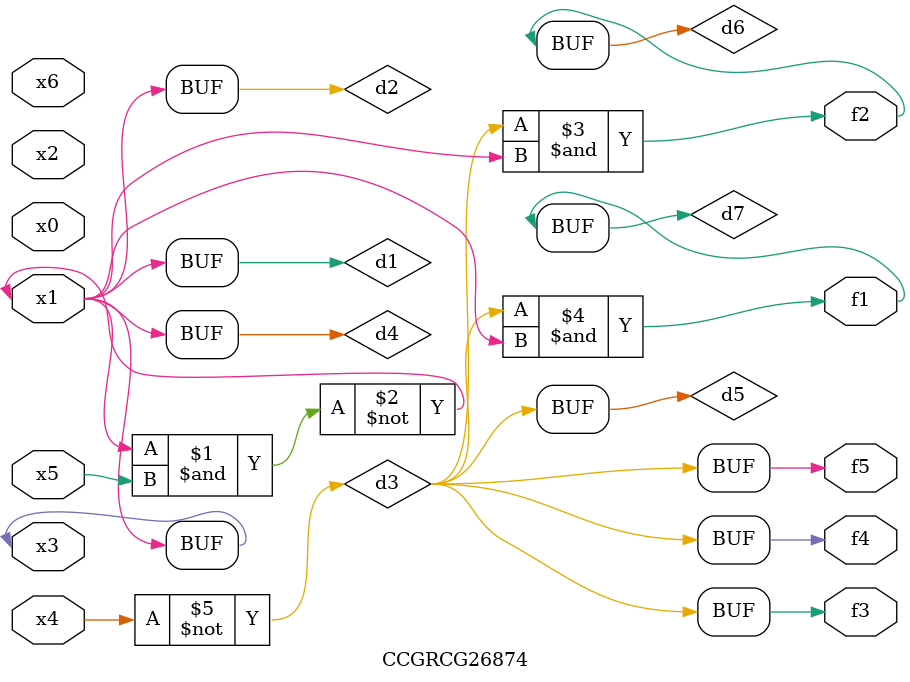
<source format=v>
module CCGRCG26874(
	input x0, x1, x2, x3, x4, x5, x6,
	output f1, f2, f3, f4, f5
);

	wire d1, d2, d3, d4, d5, d6, d7;

	buf (d1, x1, x3);
	nand (d2, x1, x5);
	not (d3, x4);
	buf (d4, d1, d2);
	buf (d5, d3);
	and (d6, d3, d4);
	and (d7, d3, d4);
	assign f1 = d7;
	assign f2 = d6;
	assign f3 = d5;
	assign f4 = d5;
	assign f5 = d5;
endmodule

</source>
